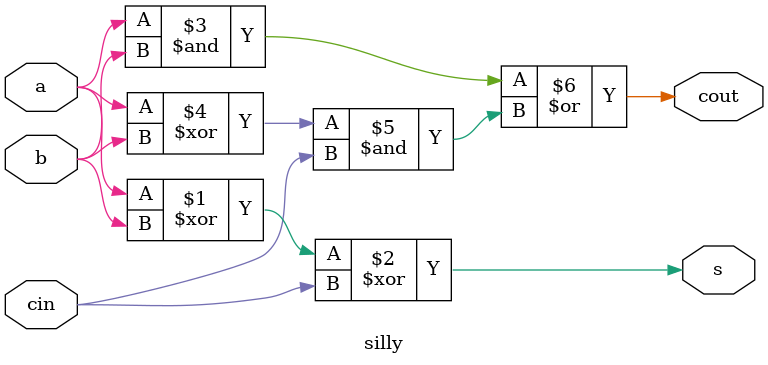
<source format=sv>
module silly (input logic a, b, cin, output logic s, cout);
   
  assign s = a ^ b ^ cin;
  assign cout = (a & b) | ((a ^ b) & cin); 
  
endmodule

</source>
